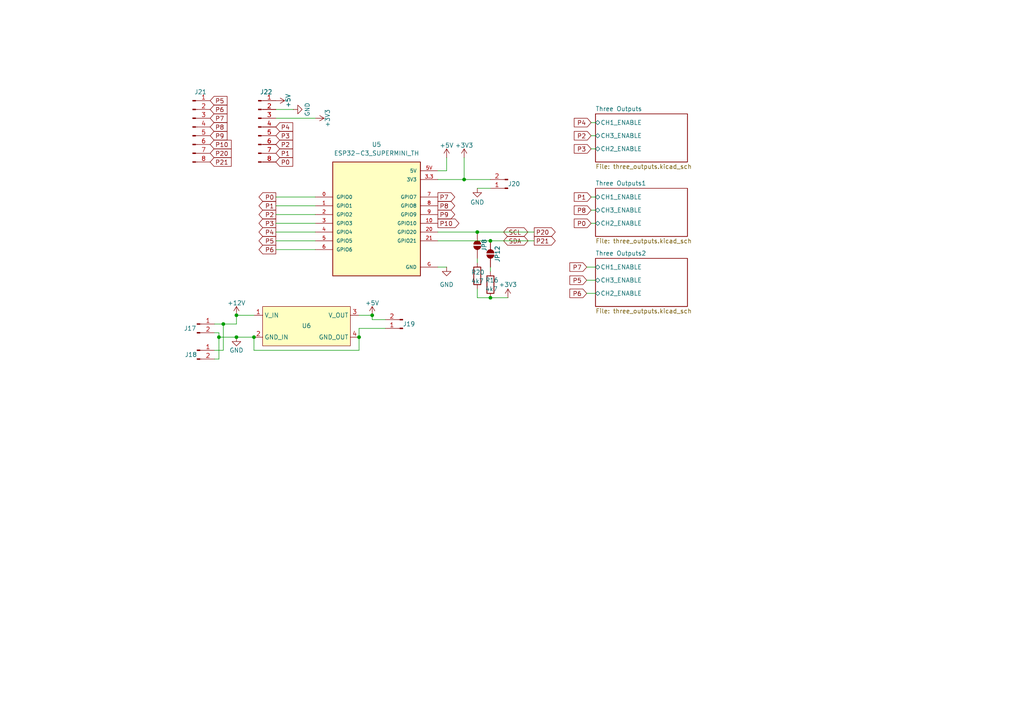
<source format=kicad_sch>
(kicad_sch (version 20250114) (generator "eeschema") (generator_version "9.0")
  (paper "A4")
  (lib_symbols
    (symbol "Connector:Conn_01x02_Pin" (pin_names (offset 1.016) (hide yes))
      (property "Reference" "J" (at 0 2.54 0))
      (property "Value" "Conn_01x02_Pin" (at 0 -5.08 0))
      (symbol "Conn_01x02_Pin_1_1"
        (rectangle (start 0.8636 0.127) (end 0 -0.127) (stroke (width 0.1524)) (fill (type outline)))
        (rectangle (start 0.8636 -2.413) (end 0 -2.667) (stroke (width 0.1524)) (fill (type outline)))
        (polyline (pts (xy 1.27 0) (xy 0.8636 0)) (stroke (width 0.1524)))
        (polyline (pts (xy 1.27 -2.54) (xy 0.8636 -2.54)) (stroke (width 0.1524)))
        (pin passive line (at 5.08 0 180) (length 3.81) (name "Pin_1") (number "1"))
        (pin passive line (at 5.08 -2.54 180) (length 3.81) (name "Pin_2") (number "2"))
      )
    )
    (symbol "Connector:Conn_01x08_Pin" (pin_names (offset 1.016) (hide yes))
      (property "Reference" "J" (at 0 10.16 0))
      (property "Value" "Conn_01x08_Pin" (at 0 -12.7 0))
      (symbol "Conn_01x08_Pin_1_1"
        (rectangle (start 0.8636 7.747) (end 0 7.493) (stroke (width 0.1524)) (fill (type outline)))
        (rectangle (start 0.8636 5.207) (end 0 4.953) (stroke (width 0.1524)) (fill (type outline)))
        (rectangle (start 0.8636 2.667) (end 0 2.413) (stroke (width 0.1524)) (fill (type outline)))
        (rectangle (start 0.8636 0.127) (end 0 -0.127) (stroke (width 0.1524)) (fill (type outline)))
        (rectangle (start 0.8636 -2.413) (end 0 -2.667) (stroke (width 0.1524)) (fill (type outline)))
        (rectangle (start 0.8636 -4.953) (end 0 -5.207) (stroke (width 0.1524)) (fill (type outline)))
        (rectangle (start 0.8636 -7.493) (end 0 -7.747) (stroke (width 0.1524)) (fill (type outline)))
        (rectangle (start 0.8636 -10.033) (end 0 -10.287) (stroke (width 0.1524)) (fill (type outline)))
        (polyline (pts (xy 1.27 7.62) (xy 0.8636 7.62)) (stroke (width 0.1524)))
        (polyline (pts (xy 1.27 5.08) (xy 0.8636 5.08)) (stroke (width 0.1524)))
        (polyline (pts (xy 1.27 2.54) (xy 0.8636 2.54)) (stroke (width 0.1524)))
        (polyline (pts (xy 1.27 0) (xy 0.8636 0)) (stroke (width 0.1524)))
        (polyline (pts (xy 1.27 -2.54) (xy 0.8636 -2.54)) (stroke (width 0.1524)))
        (polyline (pts (xy 1.27 -5.08) (xy 0.8636 -5.08)) (stroke (width 0.1524)))
        (polyline (pts (xy 1.27 -7.62) (xy 0.8636 -7.62)) (stroke (width 0.1524)))
        (polyline (pts (xy 1.27 -10.16) (xy 0.8636 -10.16)) (stroke (width 0.1524)))
        (pin passive line (at 5.08 7.62 180) (length 3.81) (name "Pin_1") (number "1"))
        (pin passive line (at 5.08 5.08 180) (length 3.81) (name "Pin_2") (number "2"))
        (pin passive line (at 5.08 2.54 180) (length 3.81) (name "Pin_3") (number "3"))
        (pin passive line (at 5.08 0 180) (length 3.81) (name "Pin_4") (number "4"))
        (pin passive line (at 5.08 -2.54 180) (length 3.81) (name "Pin_5") (number "5"))
        (pin passive line (at 5.08 -5.08 180) (length 3.81) (name "Pin_6") (number "6"))
        (pin passive line (at 5.08 -7.62 180) (length 3.81) (name "Pin_7") (number "7"))
        (pin passive line (at 5.08 -10.16 180) (length 3.81) (name "Pin_8") (number "8"))
      )
    )
    (symbol "Device:R" (pin_numbers (hide yes)) (pin_names (offset 0))
      (property "Reference" "R" (at 2.032 0 90))
      (property "Value" "R" (at 0 0 90))
      (symbol "R_0_1"
        (rectangle (start -1.016 -2.54) (end 1.016 2.54) (stroke (width 0.254)))
      )
      (symbol "R_1_1"
        (pin passive line (at 0 3.81 270) (length 1.27) (name "~") (number "1"))
        (pin passive line (at 0 -3.81 90) (length 1.27) (name "~") (number "2"))
      )
    )
    (symbol "Jumper:SolderJumper_2_Open" (pin_numbers (hide yes)) (pin_names (offset 0) (hide yes)) (in_bom no)
      (property "Reference" "JP" (at 0 2.032 0))
      (property "Value" "SolderJumper_2_Open" (at 0 -2.54 0))
      (symbol "SolderJumper_2_Open_0_1"
        (polyline (pts (xy -0.254 1.016) (xy -0.254 -1.016)))
        (arc (start -0.254 -1.016) (mid -1.2656 0) (end -0.254 1.016))
        (arc (start -0.254 -1.016) (mid -1.2656 0) (end -0.254 1.016) (fill (type outline)))
        (arc (start 0.254 1.016) (mid 1.2656 0) (end 0.254 -1.016))
        (arc (start 0.254 1.016) (mid 1.2656 0) (end 0.254 -1.016) (fill (type outline)))
        (polyline (pts (xy 0.254 1.016) (xy 0.254 -1.016)))
      )
      (symbol "SolderJumper_2_Open_1_1"
        (pin passive line (at -3.81 0 0) (length 2.54) (name "A") (number "1"))
        (pin passive line (at 3.81 0 180) (length 2.54) (name "B") (number "2"))
      )
    )
    (symbol "custom_symbols:DC_DC_3A_Mini"
      (property "Reference" "U" (at -0.508 8.89 0))
      (symbol "DC_DC_3A_Mini_1_1"
        (rectangle (start -12.7 7.62) (end 12.7 -3.81) (fill (type background)))
        (pin input line (at -15.24 5.08 0) (length 2.54) (name "V_IN") (number "1"))
        (pin bidirectional line (at -15.24 -1.27 0) (length 2.54) (name "GND_IN") (number "2"))
        (pin output line (at 15.24 5.08 180) (length 2.54) (name "V_OUT") (number "3"))
        (pin bidirectional line (at 15.24 -1.27 180) (length 2.54) (name "GND_OUT") (number "4"))
      )
    )
    (symbol "custom_symbols:ESP32-C3_SUPERMINI_TH" (pin_names (offset 1.016))
      (property "Reference" "U" (at -12.7 16.002 0))
      (property "Value" "ESP32-C3_SUPERMINI_TH" (at -12.7 -20.32 0))
      (symbol "ESP32-C3_SUPERMINI_TH_0_0"
        (rectangle (start -12.7 -17.78) (end 12.7 15.24) (stroke (width 0.254)) (fill (type background)))
        (pin bidirectional line (at -17.78 5.08 0) (length 5.08) (name "GPIO0") (number "0"))
        (pin bidirectional line (at -17.78 2.54 0) (length 5.08) (name "GPIO1") (number "1"))
        (pin bidirectional line (at -17.78 0 0) (length 5.08) (name "GPIO2") (number "2"))
        (pin bidirectional line (at -17.78 -2.54 0) (length 5.08) (name "GPIO3") (number "3"))
        (pin bidirectional line (at -17.78 -5.08 0) (length 5.08) (name "GPIO4") (number "4"))
        (pin bidirectional line (at -17.78 -7.62 0) (length 5.08) (name "GPIO5") (number "5"))
        (pin bidirectional line (at -17.78 -10.16 0) (length 5.08) (name "GPIO6") (number "6"))
        (pin power_in line (at 17.78 12.7 180) (length 5.08) (name "5V") (number "5V"))
        (pin power_in line (at 17.78 10.16 180) (length 5.08) (name "3V3") (number "3.3"))
        (pin bidirectional line (at 17.78 5.08 180) (length 5.08) (name "GPIO7") (number "7"))
        (pin bidirectional line (at 17.78 2.54 180) (length 5.08) (name "GPIO8") (number "8"))
        (pin bidirectional line (at 17.78 0 180) (length 5.08) (name "GPIO9") (number "9"))
        (pin bidirectional line (at 17.78 -2.54 180) (length 5.08) (name "GPIO10") (number "10"))
        (pin bidirectional line (at 17.78 -5.08 180) (length 5.08) (name "GPIO20") (number "20"))
        (pin bidirectional line (at 17.78 -7.62 180) (length 5.08) (name "GPIO21") (number "21"))
        (pin power_in line (at 17.78 -15.24 180) (length 5.08) (name "GND") (number "G"))
      )
    )
    (symbol "power:+12V" (power) (pin_numbers (hide yes)) (pin_names (offset 0) (hide yes))
      (property "Value" "+12V" (at 0 3.556 0))
      (symbol "+12V_0_1"
        (polyline (pts (xy -0.762 1.27) (xy 0 2.54)))
        (polyline (pts (xy 0 2.54) (xy 0.762 1.27)))
        (polyline (pts (xy 0 0) (xy 0 2.54)))
      )
      (symbol "+12V_1_1"
        (pin power_in line (at 0 0 90) (length 0) (name "~") (number "1"))
      )
    )
    (symbol "power:+3V3" (power) (pin_numbers (hide yes)) (pin_names (offset 0) (hide yes))
      (property "Value" "+3V3" (at 0 3.556 0))
      (symbol "+3V3_0_1"
        (polyline (pts (xy -0.762 1.27) (xy 0 2.54)))
        (polyline (pts (xy 0 2.54) (xy 0.762 1.27)))
        (polyline (pts (xy 0 0) (xy 0 2.54)))
      )
      (symbol "+3V3_1_1"
        (pin power_in line (at 0 0 90) (length 0) (name "~") (number "1"))
      )
    )
    (symbol "power:+5V" (power) (pin_numbers (hide yes)) (pin_names (offset 0) (hide yes))
      (property "Value" "+5V" (at 0 3.556 0))
      (symbol "+5V_0_1"
        (polyline (pts (xy -0.762 1.27) (xy 0 2.54)))
        (polyline (pts (xy 0 2.54) (xy 0.762 1.27)))
        (polyline (pts (xy 0 0) (xy 0 2.54)))
      )
      (symbol "+5V_1_1"
        (pin power_in line (at 0 0 90) (length 0) (name "~") (number "1"))
      )
    )
    (symbol "power:GND" (power) (pin_numbers (hide yes)) (pin_names (offset 0) (hide yes))
      (property "Value" "GND" (at 0 -3.81 0))
      (symbol "GND_0_1"
        (polyline (pts (xy 0 0) (xy 0 -1.27) (xy 1.27 -1.27) (xy 0 -2.54) (xy -1.27 -1.27) (xy 0 -1.27)))
      )
      (symbol "GND_1_1"
        (pin power_in line (at 0 0 270) (length 0) (name "~") (number "1"))
      )
    )
  )
  (junction (at 138.43 67.31))
  (junction (at 107.95 91.44))
  (junction (at 63.5 97.79))
  (junction (at 142.24 86.36))
  (junction (at 104.14 97.79))
  (junction (at 64.77 93.98))
  (junction (at 73.66 97.79))
  (junction (at 134.62 52.07))
  (junction (at 142.24 69.85))
  (junction (at 68.58 91.44))
  (junction (at 68.58 97.79))
  (wire (pts (xy 138.43 86.36) (xy 142.24 86.36)))
  (wire (pts (xy 80.01 59.69) (xy 91.44 59.69)))
  (wire (pts (xy 80.01 57.15) (xy 91.44 57.15)))
  (wire (pts (xy 80.01 72.39) (xy 91.44 72.39)))
  (wire (pts (xy 85.09 31.75) (xy 80.01 31.75)))
  (wire (pts (xy 170.18 81.28) (xy 172.72 81.28)))
  (wire (pts (xy 127 77.47) (xy 129.54 77.47)))
  (wire (pts (xy 127 52.07) (xy 134.62 52.07)))
  (wire (pts (xy 104.14 95.25) (xy 104.14 97.79)))
  (wire (pts (xy 147.32 86.36) (xy 142.24 86.36)))
  (wire (pts (xy 170.18 77.47) (xy 172.72 77.47)))
  (wire (pts (xy 127 67.31) (xy 138.43 67.31)))
  (wire (pts (xy 80.01 62.23) (xy 91.44 62.23)))
  (wire (pts (xy 73.66 101.6) (xy 104.14 101.6)))
  (wire (pts (xy 171.45 57.15) (xy 172.72 57.15)))
  (wire (pts (xy 171.45 60.96) (xy 172.72 60.96)))
  (wire (pts (xy 170.18 85.09) (xy 172.72 85.09)))
  (wire (pts (xy 91.44 34.29) (xy 80.01 34.29)))
  (wire (pts (xy 68.58 91.44) (xy 68.58 93.98)))
  (wire (pts (xy 68.58 97.79) (xy 63.5 97.79)))
  (wire (pts (xy 127 69.85) (xy 142.24 69.85)))
  (wire (pts (xy 142.24 69.85) (xy 154.94 69.85)))
  (wire (pts (xy 63.5 96.52) (xy 63.5 97.79)))
  (wire (pts (xy 134.62 52.07) (xy 142.24 52.07)))
  (wire (pts (xy 62.23 104.14) (xy 63.5 104.14)))
  (wire (pts (xy 104.14 91.44) (xy 107.95 91.44)))
  (wire (pts (xy 107.95 92.71) (xy 111.76 92.71)))
  (wire (pts (xy 62.23 101.6) (xy 64.77 101.6)))
  (wire (pts (xy 64.77 93.98) (xy 68.58 93.98)))
  (wire (pts (xy 63.5 97.79) (xy 63.5 104.14)))
  (wire (pts (xy 129.54 49.53) (xy 127 49.53)))
  (wire (pts (xy 64.77 101.6) (xy 64.77 93.98)))
  (wire (pts (xy 62.23 93.98) (xy 64.77 93.98)))
  (wire (pts (xy 138.43 83.82) (xy 138.43 86.36)))
  (wire (pts (xy 171.45 43.18) (xy 172.72 43.18)))
  (wire (pts (xy 171.45 39.37) (xy 172.72 39.37)))
  (wire (pts (xy 80.01 67.31) (xy 91.44 67.31)))
  (wire (pts (xy 171.45 64.77) (xy 172.72 64.77)))
  (wire (pts (xy 111.76 95.25) (xy 104.14 95.25)))
  (wire (pts (xy 104.14 101.6) (xy 104.14 97.79)))
  (wire (pts (xy 80.01 64.77) (xy 91.44 64.77)))
  (wire (pts (xy 171.45 35.56) (xy 172.72 35.56)))
  (wire (pts (xy 138.43 67.31) (xy 154.94 67.31)))
  (wire (pts (xy 138.43 74.93) (xy 138.43 76.2)))
  (wire (pts (xy 73.66 91.44) (xy 68.58 91.44)))
  (wire (pts (xy 134.62 52.07) (xy 134.62 45.72)))
  (wire (pts (xy 80.01 69.85) (xy 91.44 69.85)))
  (wire (pts (xy 129.54 45.72) (xy 129.54 49.53)))
  (wire (pts (xy 73.66 97.79) (xy 73.66 101.6)))
  (wire (pts (xy 68.58 97.79) (xy 73.66 97.79)))
  (wire (pts (xy 62.23 96.52) (xy 63.5 96.52)))
  (wire (pts (xy 107.95 91.44) (xy 107.95 92.71)))
  (wire (pts (xy 142.24 77.47) (xy 142.24 78.74)))
  (wire (pts (xy 138.43 54.61) (xy 142.24 54.61)))
  (global_label "P4" (shape input) (at 80.01 36.83 0) (property "Intersheetrefs" "${INTERSHEET_REFS}" (effects (hide yes))))
  (global_label "P8" (shape output) (at 127 59.69 0) (property "Intersheetrefs" "${INTERSHEET_REFS}" (effects (hide yes))))
  (global_label "P7" (shape input) (at 170.18 77.47 180) (property "Intersheetrefs" "${INTERSHEET_REFS}" (effects (hide yes))))
  (global_label "P6" (shape output) (at 80.01 72.39 180) (property "Intersheetrefs" "${INTERSHEET_REFS}" (effects (hide yes))))
  (global_label "P3" (shape input) (at 80.01 39.37 0) (property "Intersheetrefs" "${INTERSHEET_REFS}" (effects (hide yes))))
  (global_label "P9" (shape input) (at 60.96 39.37 0) (property "Intersheetrefs" "${INTERSHEET_REFS}" (effects (hide yes))))
  (global_label "P0" (shape output) (at 80.01 57.15 180) (property "Intersheetrefs" "${INTERSHEET_REFS}" (effects (hide yes))))
  (global_label "P10" (shape input) (at 60.96 41.91 0) (property "Intersheetrefs" "${INTERSHEET_REFS}" (effects (hide yes))))
  (global_label "P1" (shape input) (at 171.45 57.15 180) (property "Intersheetrefs" "${INTERSHEET_REFS}" (effects (hide yes))))
  (global_label "P8" (shape input) (at 171.45 60.96 180) (property "Intersheetrefs" "${INTERSHEET_REFS}" (effects (hide yes))))
  (global_label "P6" (shape input) (at 60.96 31.75 0) (property "Intersheetrefs" "${INTERSHEET_REFS}" (effects (hide yes))))
  (global_label "P3" (shape input) (at 171.45 43.18 180) (property "Intersheetrefs" "${INTERSHEET_REFS}" (effects (hide yes))))
  (global_label "P0" (shape input) (at 80.01 46.99 0) (property "Intersheetrefs" "${INTERSHEET_REFS}" (effects (hide yes))))
  (global_label "P2" (shape input) (at 171.45 39.37 180) (property "Intersheetrefs" "${INTERSHEET_REFS}" (effects (hide yes))))
  (global_label "P20" (shape input) (at 60.96 44.45 0) (property "Intersheetrefs" "${INTERSHEET_REFS}" (effects (hide yes))))
  (global_label "SCL" (shape bidirectional) (at 146.05 67.31 0) (property "Intersheetrefs" "${INTERSHEET_REFS}" (effects (hide yes))))
  (global_label "P0" (shape input) (at 171.45 64.77 180) (property "Intersheetrefs" "${INTERSHEET_REFS}" (effects (hide yes))))
  (global_label "P2" (shape input) (at 80.01 41.91 0) (property "Intersheetrefs" "${INTERSHEET_REFS}" (effects (hide yes))))
  (global_label "P9" (shape output) (at 127 62.23 0) (property "Intersheetrefs" "${INTERSHEET_REFS}" (effects (hide yes))))
  (global_label "P20" (shape output) (at 154.94 67.31 0) (property "Intersheetrefs" "${INTERSHEET_REFS}" (effects (hide yes))))
  (global_label "P21" (shape input) (at 60.96 46.99 0) (property "Intersheetrefs" "${INTERSHEET_REFS}" (effects (hide yes))))
  (global_label "P2" (shape output) (at 80.01 62.23 180) (property "Intersheetrefs" "${INTERSHEET_REFS}" (effects (hide yes))))
  (global_label "P1" (shape output) (at 80.01 59.69 180) (property "Intersheetrefs" "${INTERSHEET_REFS}" (effects (hide yes))))
  (global_label "SDA" (shape bidirectional) (at 146.05 69.85 0) (property "Intersheetrefs" "${INTERSHEET_REFS}" (effects (hide yes))))
  (global_label "P8" (shape input) (at 60.96 36.83 0) (property "Intersheetrefs" "${INTERSHEET_REFS}" (effects (hide yes))))
  (global_label "P10" (shape output) (at 127 64.77 0) (property "Intersheetrefs" "${INTERSHEET_REFS}" (effects (hide yes))))
  (global_label "P7" (shape input) (at 60.96 34.29 0) (property "Intersheetrefs" "${INTERSHEET_REFS}" (effects (hide yes))))
  (global_label "P5" (shape input) (at 60.96 29.21 0) (property "Intersheetrefs" "${INTERSHEET_REFS}" (effects (hide yes))))
  (global_label "P5" (shape input) (at 170.18 81.28 180) (property "Intersheetrefs" "${INTERSHEET_REFS}" (effects (hide yes))))
  (global_label "P7" (shape output) (at 127 57.15 0) (property "Intersheetrefs" "${INTERSHEET_REFS}" (effects (hide yes))))
  (global_label "P6" (shape input) (at 170.18 85.09 180) (property "Intersheetrefs" "${INTERSHEET_REFS}" (effects (hide yes))))
  (global_label "P4" (shape input) (at 171.45 35.56 180) (property "Intersheetrefs" "${INTERSHEET_REFS}" (effects (hide yes))))
  (global_label "P21" (shape output) (at 154.94 69.85 0) (property "Intersheetrefs" "${INTERSHEET_REFS}" (effects (hide yes))))
  (global_label "P1" (shape input) (at 80.01 44.45 0) (property "Intersheetrefs" "${INTERSHEET_REFS}" (effects (hide yes))))
  (global_label "P4" (shape output) (at 80.01 67.31 180) (property "Intersheetrefs" "${INTERSHEET_REFS}" (effects (hide yes))))
  (global_label "P3" (shape output) (at 80.01 64.77 180) (property "Intersheetrefs" "${INTERSHEET_REFS}" (effects (hide yes))))
  (global_label "P5" (shape output) (at 80.01 69.85 180) (property "Intersheetrefs" "${INTERSHEET_REFS}" (effects (hide yes))))
  (symbol (lib_id "power:GND") (at 68.58 97.79 0) (unit 1)
    (property "Reference" "#PWR037" (effects (hide yes)))
    (property "Value" "GND" (at 68.58 101.6 0))
    (property "Description" "Power symbol creates a global label with name \"GND\" , ground" (effects (hide yes)))
  )
  (symbol (lib_id "Device:R") (at 142.24 82.55 0) (unit 1)
    (property "Reference" "R16" (at 140.716 81.28 0) (effects (justify left)))
    (property "Value" "4k7" (at 140.716 83.82 0) (effects (justify left)))
    (property "Footprint" "custom_footprints:R_0805_2012Metric_Pad1.20x1.40mm_HandSolder" (effects (hide yes)))
    (property "Description" "Resistor" (effects (hide yes)))
  )
  (symbol (lib_id "power:GND") (at 85.09 31.75 90) (unit 1)
    (property "Reference" "#PWR030" (effects (hide yes)))
    (property "Value" "GND" (at 89.154 31.75 0))
    (property "Description" "Power symbol creates a global label with name \"GND\" , ground" (effects (hide yes)))
  )
  (symbol (lib_id "power:+5V") (at 80.01 29.21 270) (unit 1)
    (property "Reference" "#PWR012" (effects (hide yes)))
    (property "Value" "+5V" (at 83.566 29.21 0))
    (property "Description" "Power symbol creates a global label with name \"+5V\"" (effects (hide yes)))
  )
  (symbol (lib_id "power:+5V") (at 107.95 91.44 0) (unit 1)
    (property "Reference" "#PWR038" (effects (hide yes)))
    (property "Value" "+5V" (at 107.95 87.884 0))
    (property "Description" "Power symbol creates a global label with name \"+5V\"" (effects (hide yes)))
  )
  (symbol (lib_id "Connector:Conn_01x02_Pin") (at 57.15 93.98 0) (unit 1)
    (property "Reference" "J17" (at 55.118 95.25 0))
    (property "Value" "Conn_01x02_Pin" (effects (hide yes)))
    (property "Footprint" "TerminalBlock_Phoenix:TerminalBlock_Phoenix_MKDS-3-2-5.08_1x02_P5.08mm_Horizontal" (effects (hide yes)))
    (property "Description" "Generic connector, single row, 01x02, script generated" (effects (hide yes)))
  )
  (symbol (lib_id "Connector:Conn_01x02_Pin") (at 116.84 95.25 180) (unit 1)
    (property "Reference" "J19" (at 118.618 93.98 0))
    (property "Value" "Conn_01x02_Pin" (effects (hide yes)))
    (property "Footprint" "TerminalBlock_Phoenix:TerminalBlock_Phoenix_MKDS-3-2-5.08_1x02_P5.08mm_Horizontal" (effects (hide yes)))
    (property "Description" "Generic connector, single row, 01x02, script generated" (effects (hide yes)))
  )
  (symbol (lib_id "power:GND") (at 138.43 54.61 0) (unit 1)
    (property "Reference" "#PWR042" (effects (hide yes)))
    (property "Value" "GND" (at 138.43 58.674 0))
    (property "Description" "Power symbol creates a global label with name \"GND\" , ground" (effects (hide yes)))
  )
  (symbol (lib_id "power:+3V3") (at 91.44 34.29 270) (unit 1)
    (property "Reference" "#PWR021" (effects (hide yes)))
    (property "Value" "+3V3" (at 94.996 34.29 0))
    (property "Description" "Power symbol creates a global label with name \"+3V3\"" (effects (hide yes)))
  )
  (symbol (lib_id "power:+3V3") (at 134.62 45.72 0) (unit 1)
    (property "Reference" "#PWR040" (effects (hide yes)))
    (property "Value" "+3V3" (at 134.62 42.164 0))
    (property "Description" "Power symbol creates a global label with name \"+3V3\"" (effects (hide yes)))
  )
  (symbol (lib_id "Device:R") (at 138.43 80.01 0) (unit 1)
    (property "Reference" "R20" (at 136.652 78.994 0) (effects (justify left)))
    (property "Value" "4k7" (at 136.652 81.534 0) (effects (justify left)))
    (property "Footprint" "custom_footprints:R_0805_2012Metric_Pad1.20x1.40mm_HandSolder" (effects (hide yes)))
    (property "Description" "Resistor" (effects (hide yes)))
  )
  (symbol (lib_id "power:+12V") (at 68.58 91.44 0) (unit 1)
    (property "Reference" "#PWR07" (effects (hide yes)))
    (property "Value" "+12V" (at 68.58 87.884 0))
    (property "Description" "Power symbol creates a global label with name \"+12V\"" (effects (hide yes)))
  )
  (symbol (lib_id "Connector:Conn_01x08_Pin") (at 55.88 36.83 0) (unit 1)
    (property "Reference" "J21" (at 58.166 26.67 0))
    (property "Value" "Conn_01x08_Pin" (effects (hide yes)))
    (property "Footprint" "Connector_PinHeader_2.54mm:PinHeader_1x08_P2.54mm_Vertical" (effects (hide yes)))
    (property "Description" "Generic connector, single row, 01x08, script generated" (effects (hide yes)))
  )
  (symbol (lib_id "Connector:Conn_01x02_Pin") (at 57.15 101.6 0) (unit 1)
    (property "Reference" "J18" (at 55.372 102.87 0))
    (property "Value" "Conn_01x02_Pin" (effects (hide yes)))
    (property "Footprint" "TerminalBlock_Phoenix:TerminalBlock_Phoenix_MKDS-3-2-5.08_1x02_P5.08mm_Horizontal" (effects (hide yes)))
    (property "Description" "Generic connector, single row, 01x02, script generated" (effects (hide yes)))
  )
  (symbol (lib_id "power:+3V3") (at 147.32 86.36 0) (unit 1)
    (property "Reference" "#PWR043" (effects (hide yes)))
    (property "Value" "+3V3" (at 147.32 82.55 0))
    (property "Description" "Power symbol creates a global label with name \"+3V3\"" (effects (hide yes)))
  )
  (symbol (lib_id "Jumper:SolderJumper_2_Open") (at 138.43 71.12 90) (unit 1) (in_bom no)
    (property "Reference" "JP8" (at 140.462 71.12 0))
    (property "Value" "SolderJumper_2_Open" (effects (hide yes)))
    (property "Footprint" "Jumper:SolderJumper-2_P1.3mm_Open_RoundedPad1.0x1.5mm" (effects (hide yes)))
    (property "Description" "Solder Jumper, 2-pole, open" (effects (hide yes)))
  )
  (symbol (lib_id "custom_symbols:DC_DC_3A_Mini") (at 88.9 96.52 0) (unit 1)
    (property "Reference" "U6" (at 88.9 94.488 0))
    (property "Footprint" "custom_footprints:DC_DC_3A_Mini_Aliexpress" (effects (hide yes)))
  )
  (symbol (lib_id "custom_symbols:ESP32-C3_SUPERMINI_TH") (at 109.22 62.23 0) (unit 1)
    (property "Reference" "U5" (at 109.22 41.91 0))
    (property "Value" "ESP32-C3_SUPERMINI_TH" (at 109.22 44.45 0))
    (property "Footprint" "custom_footprints:MODULE_ESP32-C3_SUPERMINI_TH" (effects (hide yes)))
    (property "MF" "Espressif Systems" (effects (hide yes)))
    (property "Description_1" "Super tiny ESP32-C3 board" (effects (hide yes)))
    (property "CREATOR" "DIZAR" (effects (hide yes)))
    (property "Price" "None" (effects (hide yes)))
    (property "Package" "Package" (effects (hide yes)))
    (property "Check_prices" "https://www.snapeda.com/parts/ESP32-C3%20SuperMini_TH/Espressif+Systems/view-part/?ref=eda" (effects (hide yes)))
    (property "STANDARD" "IPC-7351B" (effects (hide yes)))
    (property "SnapEDA_Link" "https://www.snapeda.com/parts/ESP32-C3%20SuperMini_TH/Espressif+Systems/view-part/?ref=snap" (effects (hide yes)))
    (property "MP" "ESP32-C3 SuperMini_TH" (effects (hide yes)))
    (property "Availability" "Not in stock" (effects (hide yes)))
    (property "MANUFACTURER" "Espressif Systems" (effects (hide yes)))
  )
  (symbol (lib_id "Jumper:SolderJumper_2_Open") (at 142.24 73.66 90) (unit 1) (in_bom no)
    (property "Reference" "JP12" (at 144.272 73.66 0))
    (property "Value" "SolderJumper_2_Open" (effects (hide yes)))
    (property "Footprint" "Jumper:SolderJumper-2_P1.3mm_Open_RoundedPad1.0x1.5mm" (effects (hide yes)))
    (property "Description" "Solder Jumper, 2-pole, open" (effects (hide yes)))
  )
  (symbol (lib_id "power:GND") (at 129.54 77.47 0) (unit 1)
    (property "Reference" "#PWR041" (effects (hide yes)))
    (property "Value" "GND" (at 129.54 82.55 0))
    (property "Description" "Power symbol creates a global label with name \"GND\" , ground" (effects (hide yes)))
  )
  (symbol (lib_id "Connector:Conn_01x02_Pin") (at 147.32 54.61 180) (unit 1)
    (property "Reference" "J20" (at 149.098 53.34 0))
    (property "Value" "Conn_01x02_Pin" (effects (hide yes)))
    (property "Footprint" "TerminalBlock_Phoenix:TerminalBlock_Phoenix_MKDS-3-2-5.08_1x02_P5.08mm_Horizontal" (effects (hide yes)))
    (property "Description" "Generic connector, single row, 01x02, script generated" (effects (hide yes)))
  )
  (symbol (lib_id "Connector:Conn_01x08_Pin") (at 74.93 36.83 0) (unit 1)
    (property "Reference" "J22" (at 77.216 26.67 0))
    (property "Value" "Conn_01x08_Pin" (effects (hide yes)))
    (property "Footprint" "Connector_PinHeader_2.54mm:PinHeader_1x08_P2.54mm_Vertical" (effects (hide yes)))
    (property "Description" "Generic connector, single row, 01x08, script generated" (effects (hide yes)))
  )
  (symbol (lib_id "power:+5V") (at 129.54 45.72 0) (unit 1)
    (property "Reference" "#PWR039" (effects (hide yes)))
    (property "Value" "+5V" (at 129.54 42.164 0))
    (property "Description" "Power symbol creates a global label with name \"+5V\"" (effects (hide yes)))
  )
  (sheet (at 172.72 33.02) (size 26.67 13.97) (stroke (width 0.1524))
    (property "Sheetname" "Three Outputs" (at 172.72 32.3084 0) (effects (justify left bottom)))
    (property "Sheetfile" "three_outputs.kicad_sch" (at 172.72 47.5746 0) (effects (justify left top)))
    (pin "CH1_ENABLE" bidirectional (at 172.72 35.56 180))
    (pin "CH3_ENABLE" bidirectional (at 172.72 39.37 180))
    (pin "CH2_ENABLE" bidirectional (at 172.72 43.18 180))
  )
  (sheet (at 172.72 74.93) (size 26.67 13.97) (stroke (width 0.1524))
    (property "Sheetname" "Three Outputs2" (at 172.72 74.2184 0) (effects (justify left bottom)))
    (property "Sheetfile" "three_outputs.kicad_sch" (at 172.72 89.4846 0) (effects (justify left top)))
    (pin "CH1_ENABLE" bidirectional (at 172.72 77.47 180))
    (pin "CH3_ENABLE" bidirectional (at 172.72 81.28 180))
    (pin "CH2_ENABLE" bidirectional (at 172.72 85.09 180))
  )
  (sheet (at 172.72 54.61) (size 26.67 13.97) (stroke (width 0.1524))
    (property "Sheetname" "Three Outputs1" (at 172.72 53.8984 0) (effects (justify left bottom)))
    (property "Sheetfile" "three_outputs.kicad_sch" (at 172.72 69.1646 0) (effects (justify left top)))
    (pin "CH1_ENABLE" bidirectional (at 172.72 57.15 180))
    (pin "CH3_ENABLE" bidirectional (at 172.72 60.96 180))
    (pin "CH2_ENABLE" bidirectional (at 172.72 64.77 180))
  )
)
</source>
